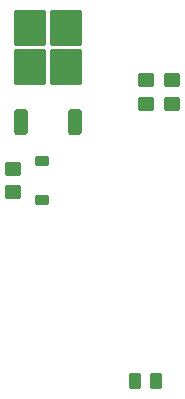
<source format=gbr>
%TF.GenerationSoftware,KiCad,Pcbnew,7.0.2*%
%TF.CreationDate,2024-02-14T23:55:05+01:00*%
%TF.ProjectId,CDFR,43444652-2e6b-4696-9361-645f70636258,rev?*%
%TF.SameCoordinates,Original*%
%TF.FileFunction,Paste,Top*%
%TF.FilePolarity,Positive*%
%FSLAX46Y46*%
G04 Gerber Fmt 4.6, Leading zero omitted, Abs format (unit mm)*
G04 Created by KiCad (PCBNEW 7.0.2) date 2024-02-14 23:55:05*
%MOMM*%
%LPD*%
G01*
G04 APERTURE LIST*
G04 Aperture macros list*
%AMRoundRect*
0 Rectangle with rounded corners*
0 $1 Rounding radius*
0 $2 $3 $4 $5 $6 $7 $8 $9 X,Y pos of 4 corners*
0 Add a 4 corners polygon primitive as box body*
4,1,4,$2,$3,$4,$5,$6,$7,$8,$9,$2,$3,0*
0 Add four circle primitives for the rounded corners*
1,1,$1+$1,$2,$3*
1,1,$1+$1,$4,$5*
1,1,$1+$1,$6,$7*
1,1,$1+$1,$8,$9*
0 Add four rect primitives between the rounded corners*
20,1,$1+$1,$2,$3,$4,$5,0*
20,1,$1+$1,$4,$5,$6,$7,0*
20,1,$1+$1,$6,$7,$8,$9,0*
20,1,$1+$1,$8,$9,$2,$3,0*%
G04 Aperture macros list end*
%ADD10RoundRect,0.250000X0.350000X-0.850000X0.350000X0.850000X-0.350000X0.850000X-0.350000X-0.850000X0*%
%ADD11RoundRect,0.250000X1.125000X-1.275000X1.125000X1.275000X-1.125000X1.275000X-1.125000X-1.275000X0*%
%ADD12RoundRect,0.250000X0.450000X-0.350000X0.450000X0.350000X-0.450000X0.350000X-0.450000X-0.350000X0*%
%ADD13RoundRect,0.250000X-0.262500X-0.450000X0.262500X-0.450000X0.262500X0.450000X-0.262500X0.450000X0*%
%ADD14RoundRect,0.225000X-0.375000X0.225000X-0.375000X-0.225000X0.375000X-0.225000X0.375000X0.225000X0*%
G04 APERTURE END LIST*
D10*
%TO.C,Q1*%
X142470000Y-40290000D03*
D11*
X143225000Y-35665000D03*
X146275000Y-35665000D03*
X143225000Y-32315000D03*
X146275000Y-32315000D03*
D10*
X147030000Y-40290000D03*
%TD*%
D12*
%TO.C,R1*%
X153000000Y-38750000D03*
X153000000Y-36750000D03*
%TD*%
%TO.C,R2*%
X155250000Y-38750000D03*
X155250000Y-36750000D03*
%TD*%
D13*
%TO.C,R3*%
X152087500Y-62250000D03*
X153912500Y-62250000D03*
%TD*%
D14*
%TO.C,D1*%
X144250000Y-43600000D03*
X144250000Y-46900000D03*
%TD*%
D12*
%TO.C,R4*%
X141750000Y-46250000D03*
X141750000Y-44250000D03*
%TD*%
M02*

</source>
